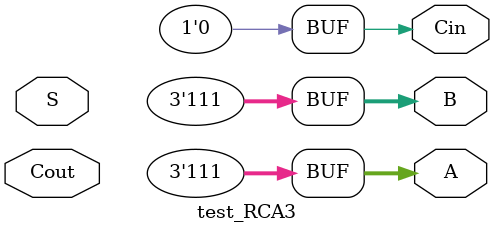
<source format=v>
module test_RCA3 (S, Cout, A, B, Cin);

	input [2:0] S;
	input Cout;
	output [2:0] A, B;
	output Cin;

	reg [2:0] A, B;
	reg Cin;

	initial begin
	A=3'b101; B=3'b111; Cin=1'b0;
	#20 A=3'b100; B=3'b001; Cin=1'b0;
	#20 A=3'b111; B=3'b111; Cin=1'b0;
	end

	initial begin
	$display ("*****A 3-bit Ripple Carry Adder...*****\n"); 
	$monitor ("%d, A, B=%b, %b ****OUT=%b%b\n", $time, A, B, Cout, S);
	end

endmodule
</source>
